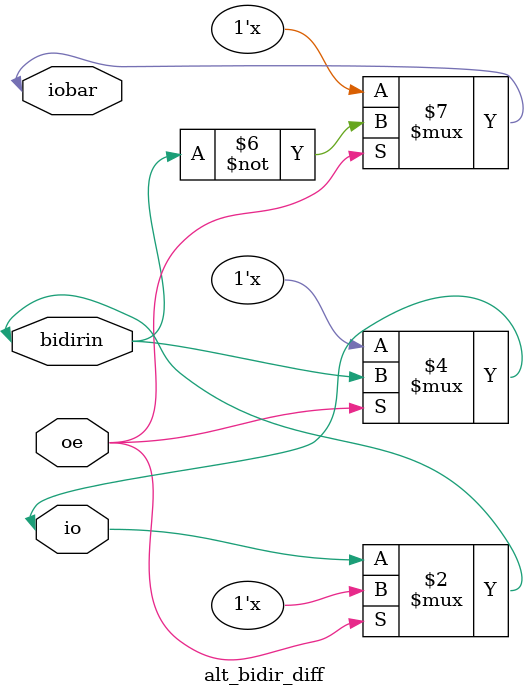
<source format=v>

module alt_bidir_diff(
// INTERFACE BEGIN
	oe,
    bidirin,
	io,
	iobar
// INTERFACE END
);

//Simulation only parameter
parameter io_standard = "none";
parameter current_strength = "none";
parameter location = "none";
parameter slew_rate = -1;
parameter slow_slew_rate = "off";
parameter enable_bus_hold = "off";
parameter weak_pull_up_resistor = "off";
parameter termination = "none";
parameter input_termination = "none";
parameter output_termination = "none";

//Input Ports Declaration
input oe;
//Output Ports Declaration
inout bidirin;
inout io;
inout iobar;

//IMPLEMENTATION BEGIN
assign bidirin = (oe == 1'b1) ? 1'bz : io;
assign io = (oe == 1'b1) ? bidirin : 1'bz; 
assign iobar = (oe == 1'b1) ? ~bidirin : 1'bz; 

// IMPLEMENTATION END
endmodule
// MODEL END

</source>
